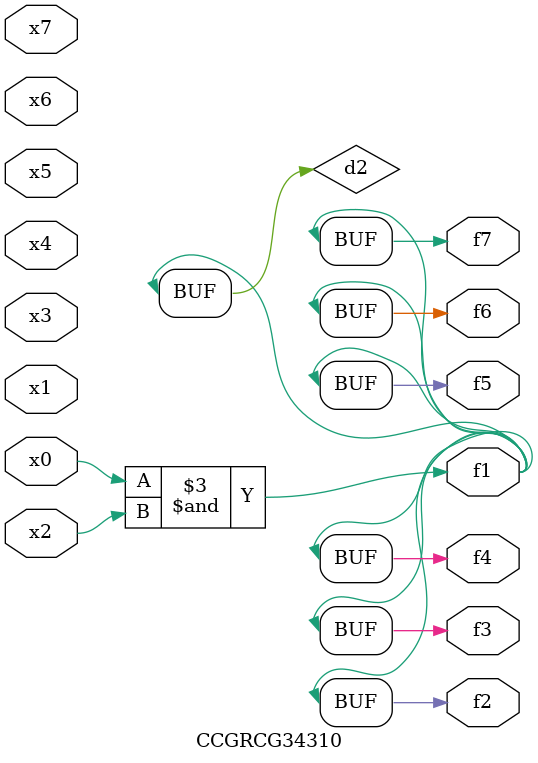
<source format=v>
module CCGRCG34310(
	input x0, x1, x2, x3, x4, x5, x6, x7,
	output f1, f2, f3, f4, f5, f6, f7
);

	wire d1, d2;

	nor (d1, x3, x6);
	and (d2, x0, x2);
	assign f1 = d2;
	assign f2 = d2;
	assign f3 = d2;
	assign f4 = d2;
	assign f5 = d2;
	assign f6 = d2;
	assign f7 = d2;
endmodule

</source>
